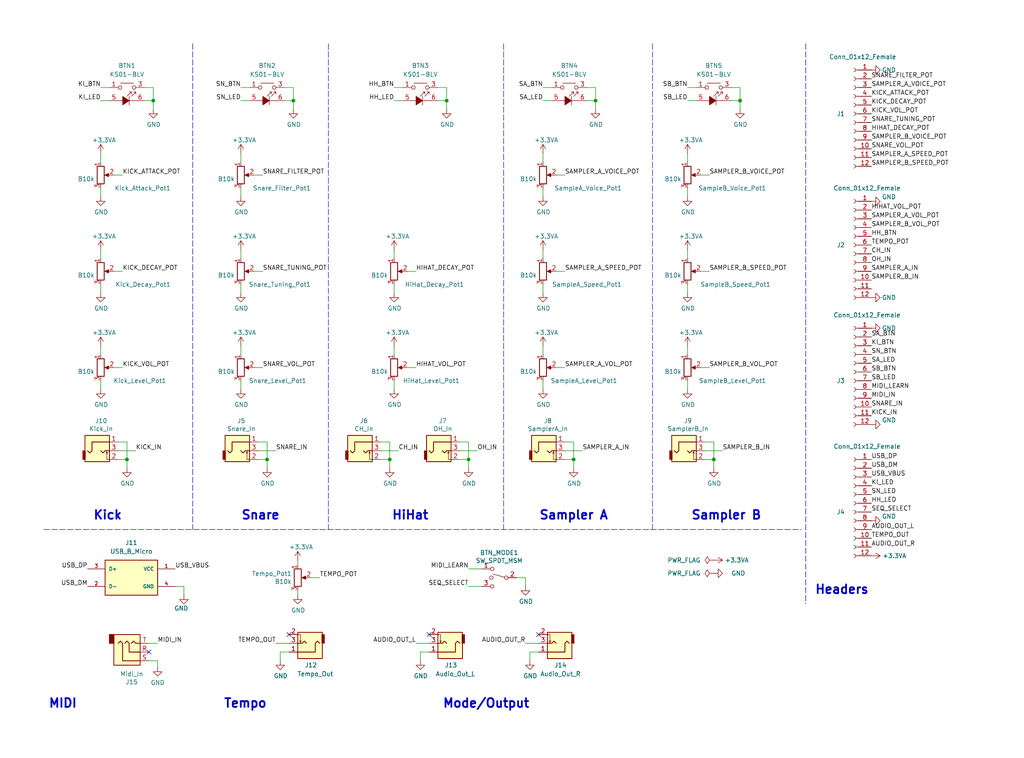
<source format=kicad_sch>
(kicad_sch (version 20211123) (generator eeschema)
  (paper "User" 297.002 219.989)
  (title_block (title "Punck Control Board") (company "Mountjoy Modular"))
  (lib_symbols
    (symbol "Connector:Conn_01x12_Female" (pin_names (offset 1.016) hide)
      (property "Reference" "J" (at 0 15.24 0))
      (property "Value" "Conn_01x12_Female" (at 0 -17.78 0))
      (symbol "Conn_01x12_Female_1_1"
        (arc (start 0 -14.732) (mid -0.508 -15.24) (end 0 -15.748) (stroke (width 0.1524)))
        (arc (start 0 -12.192) (mid -0.508 -12.7) (end 0 -13.208) (stroke (width 0.1524)))
        (arc (start 0 -9.652) (mid -0.508 -10.16) (end 0 -10.668) (stroke (width 0.1524)))
        (arc (start 0 -7.112) (mid -0.508 -7.62) (end 0 -8.128) (stroke (width 0.1524)))
        (arc (start 0 -4.572) (mid -0.508 -5.08) (end 0 -5.588) (stroke (width 0.1524)))
        (arc (start 0 -2.032) (mid -0.508 -2.54) (end 0 -3.048) (stroke (width 0.1524)))
        (polyline (pts (xy -1.27 -15.24) (xy -0.508 -15.24)) (stroke (width 0.1524)))
        (polyline (pts (xy -1.27 -12.7) (xy -0.508 -12.7)) (stroke (width 0.1524)))
        (polyline (pts (xy -1.27 -10.16) (xy -0.508 -10.16)) (stroke (width 0.1524)))
        (polyline (pts (xy -1.27 -7.62) (xy -0.508 -7.62)) (stroke (width 0.1524)))
        (polyline (pts (xy -1.27 -5.08) (xy -0.508 -5.08)) (stroke (width 0.1524)))
        (polyline (pts (xy -1.27 -2.54) (xy -0.508 -2.54)) (stroke (width 0.1524)))
        (polyline (pts (xy -1.27 0) (xy -0.508 0)) (stroke (width 0.1524)))
        (polyline (pts (xy -1.27 2.54) (xy -0.508 2.54)) (stroke (width 0.1524)))
        (polyline (pts (xy -1.27 5.08) (xy -0.508 5.08)) (stroke (width 0.1524)))
        (polyline (pts (xy -1.27 7.62) (xy -0.508 7.62)) (stroke (width 0.1524)))
        (polyline (pts (xy -1.27 10.16) (xy -0.508 10.16)) (stroke (width 0.1524)))
        (polyline (pts (xy -1.27 12.7) (xy -0.508 12.7)) (stroke (width 0.1524)))
        (arc (start 0 0.508) (mid -0.508 0) (end 0 -0.508) (stroke (width 0.1524)))
        (arc (start 0 3.048) (mid -0.508 2.54) (end 0 2.032) (stroke (width 0.1524)))
        (arc (start 0 5.588) (mid -0.508 5.08) (end 0 4.572) (stroke (width 0.1524)))
        (arc (start 0 8.128) (mid -0.508 7.62) (end 0 7.112) (stroke (width 0.1524)))
        (arc (start 0 10.668) (mid -0.508 10.16) (end 0 9.652) (stroke (width 0.1524)))
        (arc (start 0 13.208) (mid -0.508 12.7) (end 0 12.192) (stroke (width 0.1524)))
        (pin passive line (at -5.08 12.7 0) (length 3.81) (name "Pin_1") (number "1"))
        (pin passive line (at -5.08 -10.16 0) (length 3.81) (name "Pin_10") (number "10"))
        (pin passive line (at -5.08 -12.7 0) (length 3.81) (name "Pin_11") (number "11"))
        (pin passive line (at -5.08 -15.24 0) (length 3.81) (name "Pin_12") (number "12"))
        (pin passive line (at -5.08 10.16 0) (length 3.81) (name "Pin_2") (number "2"))
        (pin passive line (at -5.08 7.62 0) (length 3.81) (name "Pin_3") (number "3"))
        (pin passive line (at -5.08 5.08 0) (length 3.81) (name "Pin_4") (number "4"))
        (pin passive line (at -5.08 2.54 0) (length 3.81) (name "Pin_5") (number "5"))
        (pin passive line (at -5.08 0 0) (length 3.81) (name "Pin_6") (number "6"))
        (pin passive line (at -5.08 -2.54 0) (length 3.81) (name "Pin_7") (number "7"))
        (pin passive line (at -5.08 -5.08 0) (length 3.81) (name "Pin_8") (number "8"))
        (pin passive line (at -5.08 -7.62 0) (length 3.81) (name "Pin_9") (number "9"))
      )
    )
    (symbol "Encoder:R_POT" (pin_names (offset 1.016) hide)
      (property "Reference" "RV" (at -4.445 0 90))
      (property "Value" "R_POT" (at -2.54 0 90))
      (symbol "R_POT_0_1"
        (polyline (pts (xy 2.54 0) (xy 1.524 0)))
        (polyline (pts (xy 1.143 0) (xy 2.286 0.508) (xy 2.286 -0.508) (xy 1.143 0)) (fill (type outline)))
        (rectangle (start 1.016 2.54) (end -1.016 -2.54) (stroke (width 0.254)))
      )
      (symbol "R_POT_1_1"
        (pin passive line (at 0 3.81 270) (length 1.27) (name "1") (number "1"))
        (pin passive line (at 3.81 0 180) (length 1.27) (name "2") (number "2"))
        (pin passive line (at 0 -3.81 90) (length 1.27) (name "3") (number "3"))
      )
    )
    (symbol "LED_Button_KS01-BLV:KS01-BLV" (pin_names (offset 1.016) hide)
      (property "Reference" "BTN" (at -1.905 -8.255 0))
      (property "Value" "KS01-BLV" (at 0 -5.715 0))
      (symbol "KS01-BLV_0_0"
        (polyline (pts (xy 0.635 -2.54) (xy 0.635 0)))
        (polyline (pts (xy 1.27 1.27) (xy 0 0)))
        (polyline (pts (xy 2.54 -1.27) (xy -2.54 -1.27)))
        (polyline (pts (xy 2.54 1.27) (xy 1.27 0)))
        (polyline (pts (xy 1.27 0.635) (xy 1.27 1.27) (xy 0.635 1.27)))
        (polyline (pts (xy 2.54 0.635) (xy 2.54 1.27) (xy 1.905 1.27)))
        (polyline (pts (xy 0.635 -1.27) (xy -1.27 -2.54) (xy -1.27 0) (xy 0.635 -1.27)) (fill (type outline)))
      )
      (symbol "KS01-BLV_0_1"
        (circle (center -2.032 2.54) (radius 0.508))
        (polyline (pts (xy -1.905 3.81) (xy 1.905 3.81)))
        (circle (center 2.032 2.54) (radius 0.508))
        (pin passive line (at -5.08 2.54 0) (length 2.54) (name "1") (number "1"))
        (pin passive line (at -5.08 2.54 0) (length 2.54) hide (name "2") (number "2"))
        (pin passive line (at 5.08 2.54 180) (length 2.54) (name "3") (number "3"))
        (pin passive line (at 5.08 2.54 180) (length 2.54) hide (name "4") (number "4"))
        (pin passive line (at -5.08 -1.27 0) (length 2.54) (name "A") (number "5"))
        (pin passive line (at 5.08 -1.27 180) (length 2.54) (name "K") (number "6"))
      )
    )
    (symbol "Switch:SW_SPDT_MSM" (pin_names (offset 0) hide)
      (property "Reference" "SW" (at 0 5.08 0))
      (property "Value" "SW_SPDT_MSM" (at 0 -5.08 0))
      (symbol "SW_SPDT_MSM_0_0"
        (circle (center -2.032 0) (radius 0.508))
        (polyline (pts (xy -1.524 0.127) (xy 1.778 1.016)))
        (circle (center 2.032 -2.54) (radius 0.508))
      )
      (symbol "SW_SPDT_MSM_0_1"
        (circle (center 2.032 2.54) (radius 0.508))
        (circle (center 2.286 0) (radius 0.508))
      )
      (symbol "SW_SPDT_MSM_1_1"
        (pin passive line (at 5.08 2.54 180) (length 2.54) (name "1") (number "1"))
        (pin passive line (at -5.08 0 0) (length 2.54) (name "2") (number "2"))
        (pin passive line (at 5.08 -2.54 180) (length 2.54) (name "3") (number "3"))
      )
    )
    (symbol "USB_TE_1734517-1:1734517-1" (pin_names (offset 1.016))
      (property "Reference" "J?" (at -1.27 5.715 0))
      (property "Value" "1734517-1" (at -6.35 -7.62 0))
      (symbol "1734517-1_0_0"
        (rectangle (start -7.62 -5.08) (end 7.62 5.08) (stroke (width 0.254)) (fill (type background)))
        (pin output line (at 12.7 2.54 180) (length 5.08) (name "VCC") (number "1"))
        (pin bidirectional line (at -12.7 -2.54 0) (length 5.08) (name "D-") (number "2"))
        (pin bidirectional line (at -12.7 2.54 0) (length 5.08) (name "D+") (number "3"))
        (pin power_in line (at 12.7 -2.54 180) (length 5.08) (name "GND") (number "4"))
        (pin no_connect line (at -12.7 0 0) (length 5.08) hide (name "SLD") (number "5"))
        (pin no_connect line (at 12.7 0 180) (length 5.08) hide (name "SLD") (number "6"))
      )
    )
    (symbol "power:+3.3VA" (power) (pin_names (offset 0))
      (property "Value" "+3.3VA" (at 0 3.556 0))
      (symbol "+3.3VA_0_1"
        (polyline (pts (xy -0.762 1.27) (xy 0 2.54)))
        (polyline (pts (xy 0 0) (xy 0 2.54)))
        (polyline (pts (xy 0 2.54) (xy 0.762 1.27)))
      )
      (symbol "+3.3VA_1_1"
        (pin power_in line (at 0 0 90) (length 0) hide (name "+3.3VA") (number "1"))
      )
    )
    (symbol "power:GND" (power) (pin_names (offset 0))
      (property "Value" "GND" (at 0 -3.81 0))
      (symbol "GND_0_1"
        (polyline (pts (xy 0 0) (xy 0 -1.27) (xy 1.27 -1.27) (xy 0 -2.54) (xy -1.27 -1.27) (xy 0 -1.27)))
      )
      (symbol "GND_1_1"
        (pin power_in line (at 0 0 270) (length 0) hide (name "GND") (number "1"))
      )
    )
    (symbol "power:PWR_FLAG" (power) (pin_numbers hide) (pin_names (offset 0) hide)
      (property "Value" "PWR_FLAG" (at 0 3.81 0))
      (symbol "PWR_FLAG_0_0"
        (pin power_out line (at 0 0 90) (length 0) (name "pwr") (number "1"))
      )
      (symbol "PWR_FLAG_0_1"
        (polyline (pts (xy 0 0) (xy 0 1.27) (xy -1.016 1.905) (xy 0 2.54) (xy 1.016 1.905) (xy 0 1.27)))
      )
    )
    (symbol "thonkiconn:AudioJack2_Ground_Switch" (pin_names (offset 1.016))
      (property "Reference" "J" (at 0 8.89 0))
      (property "Value" "AudioJack2_Ground_Switch" (at 0 6.35 0))
      (symbol "AudioJack2_Ground_Switch_0_1"
        (rectangle (start -4.445 -2.54) (end -5.207 0) (fill (type outline)))
        (polyline (pts (xy 1.778 -0.254) (xy 2.032 -0.762)))
        (polyline (pts (xy 0 0) (xy 0.635 -0.635) (xy 1.27 0) (xy 2.54 0)) (stroke (width 0.254)))
        (polyline (pts (xy 2.54 -2.54) (xy 1.778 -2.54) (xy 1.778 -0.254) (xy 1.524 -0.762)))
        (polyline (pts (xy 2.54 2.54) (xy -2.54 2.54) (xy -2.54 0) (xy -3.175 -0.635) (xy -3.81 0)) (stroke (width 0.254)))
        (rectangle (start 2.54 -3.175) (end -4.572 4.445) (stroke (width 0.254)) (fill (type background)))
      )
      (symbol "AudioJack2_Ground_Switch_1_1"
        (pin passive line (at 5.08 2.54 180) (length 2.54) (name "~") (number "1"))
        (pin passive line (at 5.08 -2.54 180) (length 2.54) (name "~") (number "2"))
        (pin passive line (at 5.08 0 180) (length 2.54) (name "~") (number "3"))
      )
    )
    (symbol "thonkiconn:AudioJack3"
      (property "Reference" "J" (at 0 8.89 0))
      (property "Value" "AudioJack3" (at 0 6.35 0))
      (symbol "AudioJack3_0_1"
        (rectangle (start -5.08 -5.08) (end -6.35 -2.54) (stroke (width 0.254)) (fill (type outline)))
        (polyline (pts (xy 0 -2.54) (xy 0.635 -3.175) (xy 1.27 -2.54) (xy 2.54 -2.54)) (stroke (width 0.254)))
        (polyline (pts (xy -1.905 -2.54) (xy -1.27 -3.175) (xy -0.635 -2.54) (xy -0.635 0) (xy 2.54 0)) (stroke (width 0.254)))
        (polyline (pts (xy 2.54 2.54) (xy -2.54 2.54) (xy -2.54 -2.54) (xy -3.175 -3.175) (xy -3.81 -2.54)) (stroke (width 0.254)))
        (rectangle (start 2.54 3.81) (end -5.08 -5.08) (stroke (width 0.254)) (fill (type background)))
      )
      (symbol "AudioJack3_1_1"
        (pin passive line (at 5.08 0 180) (length 2.54) (name "~") (number "R"))
        (pin passive line (at 5.08 2.54 180) (length 2.54) (name "~") (number "S"))
        (pin passive line (at 5.08 -2.54 180) (length 2.54) (name "~") (number "T"))
      )
    )
  )
  (junction (at 36.83 133.35))
  (junction (at 113.03 133.35))
  (junction (at 207.01 133.35))
  (junction (at 166.37 133.35))
  (junction (at 129.54 29.21))
  (junction (at 135.89 133.35))
  (junction (at 77.47 133.35))
  (junction (at 214.63 29.21))
  (junction (at 85.09 29.21))
  (junction (at 172.72 29.21))
  (junction (at 44.45 29.21))
  (no_connect (at 83.82 184.15))
  (no_connect (at 124.46 184.15))
  (no_connect (at 156.21 184.15))
  (no_connect (at 43.18 189.23))
  (wire (pts (xy 166.37 128.27) (xy 166.37 133.35)))
  (wire (pts (xy 113.03 133.35) (xy 113.03 135.89)))
  (wire (pts (xy 163.83 130.81) (xy 168.91 130.81)))
  (wire (pts (xy 69.85 44.45) (xy 69.85 46.99)))
  (wire (pts (xy 157.48 25.4) (xy 160.02 25.4)))
  (wire (pts (xy 82.55 25.4) (xy 85.09 25.4)))
  (wire (pts (xy 133.35 130.81) (xy 138.43 130.81)))
  (wire (pts (xy 69.85 100.33) (xy 69.85 102.87)))
  (wire (pts (xy 50.8 170.18) (xy 53.34 170.18)))
  (wire (pts (xy 29.21 29.21) (xy 31.75 29.21)))
  (wire (pts (xy 29.21 72.39) (xy 29.21 74.93)))
  (wire (pts (xy 114.3 82.55) (xy 114.3 85.09)))
  (wire (pts (xy 170.18 29.21) (xy 172.72 29.21)))
  (wire (pts (xy 157.48 110.49) (xy 157.48 113.03)))
  (wire (pts (xy 73.66 78.74) (xy 76.2 78.74)))
  (polyline (pts (xy 189.23 12.7) (xy 189.23 153.67)))
  (wire (pts (xy 69.85 54.61) (xy 69.85 57.15)))
  (wire (pts (xy 129.54 25.4) (xy 129.54 29.21)))
  (wire (pts (xy 161.29 106.68) (xy 163.83 106.68)))
  (wire (pts (xy 74.93 128.27) (xy 77.47 128.27)))
  (wire (pts (xy 163.83 133.35) (xy 166.37 133.35)))
  (wire (pts (xy 74.93 130.81) (xy 80.01 130.81)))
  (wire (pts (xy 114.3 100.33) (xy 114.3 102.87)))
  (wire (pts (xy 212.09 25.4) (xy 214.63 25.4)))
  (wire (pts (xy 166.37 133.35) (xy 166.37 135.89)))
  (wire (pts (xy 204.47 130.81) (xy 209.55 130.81)))
  (wire (pts (xy 139.7 170.18) (xy 135.89 170.18)))
  (wire (pts (xy 73.66 50.8) (xy 76.2 50.8)))
  (wire (pts (xy 133.35 133.35) (xy 135.89 133.35)))
  (wire (pts (xy 199.39 72.39) (xy 199.39 74.93)))
  (wire (pts (xy 212.09 29.21) (xy 214.63 29.21)))
  (wire (pts (xy 135.89 133.35) (xy 135.89 135.89)))
  (wire (pts (xy 118.11 106.68) (xy 120.65 106.68)))
  (wire (pts (xy 129.54 29.21) (xy 129.54 31.75)))
  (wire (pts (xy 139.7 165.1) (xy 135.89 165.1)))
  (wire (pts (xy 83.82 189.23) (xy 81.28 189.23)))
  (wire (pts (xy 41.91 29.21) (xy 44.45 29.21)))
  (wire (pts (xy 203.2 106.68) (xy 205.74 106.68)))
  (wire (pts (xy 69.85 72.39) (xy 69.85 74.93)))
  (polyline (pts (xy 146.05 12.7) (xy 146.05 153.67)))
  (polyline (pts (xy 233.68 12.7) (xy 233.68 175.26)))
  (wire (pts (xy 29.21 110.49) (xy 29.21 113.03)))
  (wire (pts (xy 156.21 189.23) (xy 153.67 189.23)))
  (wire (pts (xy 199.39 29.21) (xy 201.93 29.21)))
  (wire (pts (xy 81.28 189.23) (xy 81.28 191.77)))
  (wire (pts (xy 34.29 133.35) (xy 36.83 133.35)))
  (wire (pts (xy 207.01 133.35) (xy 207.01 135.89)))
  (wire (pts (xy 199.39 44.45) (xy 199.39 46.99)))
  (wire (pts (xy 114.3 72.39) (xy 114.3 74.93)))
  (wire (pts (xy 214.63 25.4) (xy 214.63 29.21)))
  (wire (pts (xy 124.46 186.69) (xy 120.65 186.69)))
  (wire (pts (xy 110.49 128.27) (xy 113.03 128.27)))
  (wire (pts (xy 69.85 25.4) (xy 72.39 25.4)))
  (wire (pts (xy 33.02 106.68) (xy 35.56 106.68)))
  (wire (pts (xy 33.02 78.74) (xy 35.56 78.74)))
  (wire (pts (xy 172.72 25.4) (xy 172.72 29.21)))
  (wire (pts (xy 29.21 44.45) (xy 29.21 46.99)))
  (wire (pts (xy 86.36 162.56) (xy 86.36 163.83)))
  (wire (pts (xy 85.09 29.21) (xy 85.09 31.75)))
  (wire (pts (xy 110.49 130.81) (xy 115.57 130.81)))
  (wire (pts (xy 114.3 29.21) (xy 116.84 29.21)))
  (wire (pts (xy 85.09 25.4) (xy 85.09 29.21)))
  (polyline (pts (xy 12.7 153.67) (xy 232.41 153.67)))
  (wire (pts (xy 133.35 128.27) (xy 135.89 128.27)))
  (wire (pts (xy 77.47 128.27) (xy 77.47 133.35)))
  (wire (pts (xy 45.72 191.77) (xy 45.72 193.675)))
  (wire (pts (xy 44.45 25.4) (xy 44.45 29.21)))
  (wire (pts (xy 114.3 25.4) (xy 116.84 25.4)))
  (wire (pts (xy 118.11 78.74) (xy 120.65 78.74)))
  (wire (pts (xy 199.39 110.49) (xy 199.39 113.03)))
  (wire (pts (xy 43.18 186.69) (xy 45.72 186.69)))
  (wire (pts (xy 77.47 133.35) (xy 77.47 135.89)))
  (wire (pts (xy 127 29.21) (xy 129.54 29.21)))
  (wire (pts (xy 113.03 128.27) (xy 113.03 133.35)))
  (wire (pts (xy 114.3 110.49) (xy 114.3 113.03)))
  (wire (pts (xy 34.29 130.81) (xy 39.37 130.81)))
  (wire (pts (xy 157.48 44.45) (xy 157.48 46.99)))
  (wire (pts (xy 29.21 100.33) (xy 29.21 102.87)))
  (wire (pts (xy 83.82 186.69) (xy 80.01 186.69)))
  (wire (pts (xy 157.48 72.39) (xy 157.48 74.93)))
  (wire (pts (xy 214.63 29.21) (xy 214.63 31.75)))
  (wire (pts (xy 153.67 189.23) (xy 153.67 191.77)))
  (wire (pts (xy 161.29 50.8) (xy 163.83 50.8)))
  (wire (pts (xy 29.21 82.55) (xy 29.21 85.09)))
  (wire (pts (xy 121.92 189.23) (xy 121.92 191.77)))
  (wire (pts (xy 29.21 54.61) (xy 29.21 57.15)))
  (wire (pts (xy 41.91 25.4) (xy 44.45 25.4)))
  (polyline (pts (xy 55.88 12.7) (xy 55.88 153.67)))
  (wire (pts (xy 170.18 25.4) (xy 172.72 25.4)))
  (wire (pts (xy 156.21 186.69) (xy 152.4 186.69)))
  (wire (pts (xy 127 25.4) (xy 129.54 25.4)))
  (wire (pts (xy 69.85 29.21) (xy 72.39 29.21)))
  (wire (pts (xy 43.18 191.77) (xy 45.72 191.77)))
  (wire (pts (xy 172.72 29.21) (xy 172.72 31.75)))
  (wire (pts (xy 36.83 133.35) (xy 36.83 135.89)))
  (wire (pts (xy 69.85 82.55) (xy 69.85 85.09)))
  (wire (pts (xy 86.36 171.45) (xy 86.36 172.72)))
  (wire (pts (xy 74.93 133.35) (xy 77.47 133.35)))
  (wire (pts (xy 157.48 29.21) (xy 160.02 29.21)))
  (wire (pts (xy 90.17 167.64) (xy 92.71 167.64)))
  (wire (pts (xy 152.4 167.64) (xy 152.4 170.18)))
  (polyline (pts (xy 95.25 12.7) (xy 95.25 153.67)))
  (wire (pts (xy 33.02 50.8) (xy 35.56 50.8)))
  (wire (pts (xy 82.55 29.21) (xy 85.09 29.21)))
  (wire (pts (xy 135.89 128.27) (xy 135.89 133.35)))
  (wire (pts (xy 44.45 29.21) (xy 44.45 31.75)))
  (wire (pts (xy 199.39 82.55) (xy 199.39 85.09)))
  (wire (pts (xy 53.34 170.18) (xy 53.34 172.72)))
  (wire (pts (xy 36.83 128.27) (xy 36.83 133.35)))
  (wire (pts (xy 203.2 78.74) (xy 205.74 78.74)))
  (wire (pts (xy 73.66 106.68) (xy 76.2 106.68)))
  (wire (pts (xy 157.48 82.55) (xy 157.48 85.09)))
  (wire (pts (xy 203.2 50.8) (xy 205.74 50.8)))
  (wire (pts (xy 161.29 78.74) (xy 163.83 78.74)))
  (wire (pts (xy 199.39 25.4) (xy 201.93 25.4)))
  (wire (pts (xy 69.85 110.49) (xy 69.85 113.03)))
  (wire (pts (xy 124.46 189.23) (xy 121.92 189.23)))
  (wire (pts (xy 199.39 54.61) (xy 199.39 57.15)))
  (wire (pts (xy 204.47 128.27) (xy 207.01 128.27)))
  (wire (pts (xy 34.29 128.27) (xy 36.83 128.27)))
  (wire (pts (xy 110.49 133.35) (xy 113.03 133.35)))
  (wire (pts (xy 204.47 133.35) (xy 207.01 133.35)))
  (wire (pts (xy 199.39 100.33) (xy 199.39 102.87)))
  (wire (pts (xy 157.48 54.61) (xy 157.48 57.15)))
  (wire (pts (xy 29.21 25.4) (xy 31.75 25.4)))
  (wire (pts (xy 157.48 100.33) (xy 157.48 102.87)))
  (wire (pts (xy 152.4 167.64) (xy 149.86 167.64)))
  (wire (pts (xy 207.01 128.27) (xy 207.01 133.35)))
  (wire (pts (xy 163.83 128.27) (xy 166.37 128.27)))
  (text "Mode/Output" (at 128.27 205.74 0) (effects (font (size 2.54 2.54) (thickness 0.508) bold) (justify left bottom)))
  (text "Sampler A" (at 176.53 151.13 180) (effects (font (size 2.54 2.54) (thickness 0.508) bold) (justify right bottom)))
  (text "Tempo" (at 64.77 205.74 0) (effects (font (size 2.54 2.54) (thickness 0.508) bold) (justify left bottom)))
  (text "Sampler B" (at 220.98 151.13 180) (effects (font (size 2.54 2.54) (thickness 0.508) bold) (justify right bottom)))
  (text "HiHat" (at 124.46 151.13 180) (effects (font (size 2.54 2.54) (thickness 0.508) bold) (justify right bottom)))
  (text "Snare" (at 81.28 151.13 180) (effects (font (size 2.54 2.54) (thickness 0.508) bold) (justify right bottom)))
  (text "Kick" (at 35.56 151.13 180) (effects (font (size 2.54 2.54) (thickness 0.508) bold) (justify right bottom)))
  (text "MIDI" (at 13.97 205.74 0) (effects (font (size 2.54 2.54) (thickness 0.508) bold) (justify left bottom)))
  (text "Headers" (at 236.22 172.72 0) (effects (font (size 2.54 2.54) (thickness 0.508) bold) (justify left bottom)))
  (label "SA_LED" (at 252.73 105.41 0))
  (label "CH_IN" (at 252.73 73.66 0))
  (label "SN_LED" (at 69.85 29.21 180))
  (label "SNARE_FILTER_POT" (at 76.2 50.8 0))
  (label "KI_LED" (at 252.73 140.97 0))
  (label "SAMPLER_A_VOL_POT" (at 252.73 63.5 0))
  (label "KI_LED" (at 29.21 29.21 180))
  (label "SAMPLER_A_VOICE_POT" (at 252.73 25.4 0))
  (label "SN_BTN" (at 252.73 102.87 0))
  (label "KICK_IN" (at 39.37 130.81 0))
  (label "KICK_DECAY_POT" (at 252.73 30.48 0))
  (label "KICK_ATTACK_POT" (at 35.56 50.8 0))
  (label "SNARE_TUNING_POT" (at 252.73 35.56 0))
  (label "SA_BTN" (at 157.48 25.4 180))
  (label "AUDIO_OUT_R" (at 252.73 158.75 0))
  (label "USB_DM" (at 252.73 135.89 0))
  (label "SAMPLER_A_VOICE_POT" (at 163.83 50.8 0))
  (label "SAMPLER_A_VOL_POT" (at 163.83 106.68 0))
  (label "USB_VBUS" (at 252.73 138.43 0))
  (label "SNARE_FILTER_POT" (at 252.73 22.86 0))
  (label "SAMPLER_B_SPEED_POT" (at 252.73 48.26 0))
  (label "TEMPO_POT" (at 92.71 167.64 0))
  (label "SEQ_SELECT" (at 252.73 148.59 0))
  (label "SA_LED" (at 157.48 29.21 180))
  (label "SNARE_IN" (at 80.01 130.81 0))
  (label "SNARE_IN" (at 252.73 118.11 0))
  (label "USB_DP" (at 25.4 165.1 180))
  (label "HIHAT_VOL_POT" (at 120.65 106.68 0))
  (label "CH_IN" (at 115.57 130.81 0))
  (label "SNARE_VOL_POT" (at 76.2 106.68 0))
  (label "HH_LED" (at 114.3 29.21 180))
  (label "TEMPO_OUT" (at 252.73 156.21 0))
  (label "MIDI_IN" (at 45.72 186.69 0))
  (label "AUDIO_OUT_L" (at 120.65 186.69 180))
  (label "HIHAT_DECAY_POT" (at 120.65 78.74 0))
  (label "HH_BTN" (at 252.73 68.58 0))
  (label "HIHAT_VOL_POT" (at 252.73 60.96 0))
  (label "SN_LED" (at 252.73 143.51 0))
  (label "HH_LED" (at 252.73 146.05 0))
  (label "USB_DP" (at 252.73 133.35 0))
  (label "MIDI_LEARN" (at 135.89 165.1 180))
  (label "HH_BTN" (at 114.3 25.4 180))
  (label "KICK_ATTACK_POT" (at 252.73 27.94 0))
  (label "SAMPLER_A_SPEED_POT" (at 252.73 45.72 0))
  (label "SNARE_VOL_POT" (at 252.73 43.18 0))
  (label "SB_LED" (at 199.39 29.21 180))
  (label "MIDI_LEARN" (at 252.73 113.03 0))
  (label "USB_DM" (at 25.4 170.18 180))
  (label "KICK_DECAY_POT" (at 35.56 78.74 0))
  (label "KICK_IN" (at 252.73 120.65 0))
  (label "SEQ_SELECT" (at 135.89 170.18 180))
  (label "SAMPLER_A_IN" (at 252.73 78.74 0))
  (label "MIDI_IN" (at 252.73 115.57 0))
  (label "SB_LED" (at 252.73 110.49 0))
  (label "SAMPLER_B_IN" (at 252.73 81.28 0))
  (label "SAMPLER_B_VOL_POT" (at 205.74 106.68 0))
  (label "OH_IN" (at 138.43 130.81 0))
  (label "OH_IN" (at 252.73 76.2 0))
  (label "SN_BTN" (at 69.85 25.4 180))
  (label "SAMPLER_B_SPEED_POT" (at 205.74 78.74 0))
  (label "SAMPLER_A_IN" (at 168.91 130.81 0))
  (label "SA_BTN" (at 252.73 97.79 0))
  (label "KICK_VOL_POT" (at 252.73 33.02 0))
  (label "SAMPLER_B_VOICE_POT" (at 252.73 40.64 0))
  (label "SNARE_TUNING_POT" (at 76.2 78.74 0))
  (label "SAMPLER_B_VOICE_POT" (at 205.74 50.8 0))
  (label "KI_BTN" (at 29.21 25.4 180))
  (label "HIHAT_DECAY_POT" (at 252.73 38.1 0))
  (label "AUDIO_OUT_L" (at 252.73 153.67 0))
  (label "AUDIO_OUT_R" (at 152.4 186.69 180))
  (label "SAMPLER_B_IN" (at 209.55 130.81 0))
  (label "SB_BTN" (at 252.73 107.95 0))
  (label "SAMPLER_B_VOL_POT" (at 252.73 66.04 0))
  (label "USB_VBUS" (at 50.8 165.1 0))
  (label "SAMPLER_A_SPEED_POT" (at 163.83 78.74 0))
  (label "KI_BTN" (at 252.73 100.33 0))
  (label "KICK_VOL_POT" (at 35.56 106.68 0))
  (label "TEMPO_POT" (at 252.73 71.12 0))
  (label "TEMPO_OUT" (at 80.01 186.69 180))
  (label "SB_BTN" (at 199.39 25.4 180))
  (symbol (lib_id "Encoder:R_POT") (at 199.39 78.74 0) (unit 1)
    (property "Reference" "SampleB_Speed_Pot1" (at 223.52 82.55 0) (effects (justify right)))
    (property "Value" "B10k" (at 197.6374 79.883 0) (effects (justify right)))
    (property "Footprint" "Custom_Footprints:Alpha_9mm_Potentiometer_Aligned" (effects hide))
  )
  (symbol (lib_id "power:+3.3VA") (at 199.39 72.39 0) (unit 1)
    (property "Reference" "#PWR021" (effects hide))
    (property "Value" "+3.3VA" (at 196.85 68.58 0) (effects (justify left)))
  )
  (symbol (lib_id "power:GND") (at 199.39 85.09 0) (unit 1)
    (property "Reference" "#PWR026" (effects hide))
    (property "Value" "GND" (at 199.517 89.4842 0))
  )
  (symbol (lib_id "power:PWR_FLAG") (at 207.01 162.56 90) (unit 1)
    (property "Reference" "#FLG01" (effects hide))
    (property "Value" "PWR_FLAG" (at 203.1966 162.5796 90) (effects (justify left)))
  )
  (symbol (lib_id "power:+3.3VA") (at 207.01 162.56 270) (unit 1)
    (property "Reference" "#PWR048" (effects hide))
    (property "Value" "+3.3VA" (at 210.185 162.5599 90) (effects (justify left)))
  )
  (symbol (lib_id "Encoder:R_POT") (at 114.3 78.74 0) (unit 1)
    (property "Reference" "HiHat_Decay_Pot1" (at 134.62 82.55 0) (effects (justify right)))
    (property "Value" "B10k" (at 112.5474 79.883 0) (effects (justify right)))
    (property "Footprint" "Custom_Footprints:Alpha_9mm_Potentiometer_Aligned" (effects hide))
  )
  (symbol (lib_id "power:+3.3VA") (at 114.3 72.39 0) (unit 1)
    (property "Reference" "#PWR019" (effects hide))
    (property "Value" "+3.3VA" (at 111.76 68.58 0) (effects (justify left)))
  )
  (symbol (lib_id "power:GND") (at 114.3 85.09 0) (unit 1)
    (property "Reference" "#PWR024" (effects hide))
    (property "Value" "GND" (at 114.427 89.4842 0))
  )
  (symbol (lib_id "Encoder:R_POT") (at 29.21 78.74 0) (unit 1)
    (property "Reference" "Kick_Decay_Pot1" (at 49.53 82.55 0) (effects (justify right)))
    (property "Value" "B10k" (at 27.4574 79.883 0) (effects (justify right)))
    (property "Footprint" "Custom_Footprints:Alpha_9mm_Potentiometer_Aligned" (effects hide))
  )
  (symbol (lib_id "power:+3.3VA") (at 29.21 72.39 0) (unit 1)
    (property "Reference" "#PWR017" (effects hide))
    (property "Value" "+3.3VA" (at 26.67 68.58 0) (effects (justify left)))
  )
  (symbol (lib_id "power:GND") (at 29.21 85.09 0) (unit 1)
    (property "Reference" "#PWR022" (effects hide))
    (property "Value" "GND" (at 29.337 89.4842 0))
  )
  (symbol (lib_id "Encoder:R_POT") (at 29.21 50.8 0) (unit 1)
    (property "Reference" "Kick_Attack_Pot1" (at 49.53 54.61 0) (effects (justify right)))
    (property "Value" "B10k" (at 27.4574 51.943 0) (effects (justify right)))
    (property "Footprint" "Custom_Footprints:Alpha_9mm_Potentiometer_Aligned" (effects hide))
  )
  (symbol (lib_id "power:+3.3VA") (at 29.21 44.45 0) (unit 1)
    (property "Reference" "#PWR07" (effects hide))
    (property "Value" "+3.3VA" (at 26.67 40.64 0) (effects (justify left)))
  )
  (symbol (lib_id "power:GND") (at 29.21 57.15 0) (unit 1)
    (property "Reference" "#PWR013" (effects hide))
    (property "Value" "GND" (at 29.337 61.5442 0))
  )
  (symbol (lib_id "Encoder:R_POT") (at 86.36 167.64 0) (unit 1)
    (property "Reference" "Tempo_Pot1" (at 84.6074 166.4716 0) (effects (justify right)))
    (property "Value" "B10k" (at 84.6074 168.783 0) (effects (justify right)))
    (property "Footprint" "Custom_Footprints:Alpha_9mm_Potentiometer_Aligned" (effects hide))
  )
  (symbol (lib_id "power:+3.3VA") (at 86.36 162.56 0) (unit 1)
    (property "Reference" "#PWR047" (effects hide))
    (property "Value" "+3.3VA" (at 83.82 158.75 0) (effects (justify left)))
  )
  (symbol (lib_id "power:GND") (at 86.36 172.72 0) (unit 1)
    (property "Reference" "#PWR052" (effects hide))
    (property "Value" "GND" (at 86.487 177.1142 0))
  )
  (symbol (lib_id "thonkiconn:AudioJack2_Ground_Switch") (at 129.54 186.69 180) (unit 1)
    (property "Reference" "J13" (at 130.81 193.04 0))
    (property "Value" "Audio_Out_L" (at 132.08 195.58 0))
    (property "Footprint" "Custom_Footprints:THONKICONN_hole" (effects hide))
  )
  (symbol (lib_id "power:GND") (at 121.92 191.77 0) (unit 1)
    (property "Reference" "#PWR054" (effects hide))
    (property "Value" "GND" (at 122.047 196.1642 0))
  )
  (symbol (lib_id "thonkiconn:AudioJack2_Ground_Switch") (at 88.9 186.69 180) (unit 1)
    (property "Reference" "J12" (at 90.17 193.04 0))
    (property "Value" "Tempo_Out" (at 91.44 195.58 0))
    (property "Footprint" "Custom_Footprints:THONKICONN_hole" (effects hide))
  )
  (symbol (lib_id "power:GND") (at 81.28 191.77 0) (unit 1)
    (property "Reference" "#PWR053" (effects hide))
    (property "Value" "GND" (at 81.407 196.1642 0))
  )
  (symbol (lib_id "power:GND") (at 152.4 170.18 0) (unit 1)
    (property "Reference" "#PWR050" (effects hide))
    (property "Value" "GND" (at 152.527 174.5742 0))
  )
  (symbol (lib_id "power:GND") (at 207.01 166.37 90) (unit 1)
    (property "Reference" "#PWR049" (effects hide))
    (property "Value" "GND" (at 212.09 166.3699 90) (effects (justify right)))
  )
  (symbol (lib_id "power:PWR_FLAG") (at 207.01 166.37 90) (unit 1)
    (property "Reference" "#FLG02" (effects hide))
    (property "Value" "PWR_FLAG" (at 203.2 166.37 90) (effects (justify left)))
  )
  (symbol (lib_id "Switch:SW_SPDT_MSM") (at 144.78 167.64 0) (mirror y) (unit 1)
    (property "Reference" "BTN_MODE1" (at 144.78 160.401 0))
    (property "Value" "SW_SPDT_MSM" (at 144.78 162.7124 0))
    (property "Footprint" "Custom_Footprints:SPDT_SubMiniature_Aligned" (effects hide))
  )
  (symbol (lib_id "power:GND") (at 44.45 31.75 0) (unit 1)
    (property "Reference" "#PWR02" (effects hide))
    (property "Value" "GND" (at 44.577 36.1442 0))
  )
  (symbol (lib_id "LED_Button_KS01-BLV:KS01-BLV") (at 207.01 27.94 0) (unit 1)
    (property "Reference" "BTN5" (at 207.01 19.05 0))
    (property "Value" "KS01-BLV" (at 207.01 21.59 0))
    (property "Footprint" "Custom_Footprints:KS01-BLV" (effects hide))
  )
  (symbol (lib_id "Encoder:R_POT") (at 199.39 106.68 0) (unit 1)
    (property "Reference" "SampleB_Level_Pot1" (at 222.25 110.49 0) (effects (justify right)))
    (property "Value" "B10k" (at 197.6374 107.823 0) (effects (justify right)))
    (property "Footprint" "Custom_Footprints:Alpha_9mm_Potentiometer_Aligned" (effects hide))
  )
  (symbol (lib_id "power:GND") (at 69.85 85.09 0) (unit 1)
    (property "Reference" "#PWR023" (effects hide))
    (property "Value" "GND" (at 69.977 89.4842 0))
  )
  (symbol (lib_id "Encoder:R_POT") (at 29.21 106.68 0) (unit 1)
    (property "Reference" "Kick_Level_Pot1" (at 48.26 110.49 0) (effects (justify right)))
    (property "Value" "B10k" (at 27.4574 107.823 0) (effects (justify right)))
    (property "Footprint" "Custom_Footprints:Alpha_9mm_Potentiometer_Aligned" (effects hide))
  )
  (symbol (lib_id "power:+3.3VA") (at 252.73 161.29 270) (unit 1)
    (property "Reference" "#PWR0106" (effects hide))
    (property "Value" "+3.3VA" (at 255.905 161.2899 90) (effects (justify left)))
  )
  (symbol (lib_id "power:GND") (at 45.72 193.675 0) (unit 1)
    (property "Reference" "#PWR056" (effects hide))
    (property "Value" "GND" (at 45.72 198.12 0))
  )
  (symbol (lib_id "Encoder:R_POT") (at 199.39 50.8 0) (unit 1)
    (property "Reference" "SampleB_Voice_Pot1" (at 222.25 54.61 0) (effects (justify right)))
    (property "Value" "B10k" (at 197.6374 51.943 0) (effects (justify right)))
    (property "Footprint" "Custom_Footprints:Alpha_9mm_Potentiometer_Aligned" (effects hide))
  )
  (symbol (lib_id "power:GND") (at 135.89 135.89 0) (unit 1)
    (property "Reference" "#PWR043" (effects hide))
    (property "Value" "GND" (at 136.017 140.2842 0))
  )
  (symbol (lib_id "thonkiconn:AudioJack2_Ground_Switch") (at 29.21 130.81 0) (unit 1)
    (property "Reference" "J10" (at 29.337 122.1232 0))
    (property "Value" "Kick_In" (at 29.337 124.4346 0))
    (property "Footprint" "Custom_Footprints:THONKICONN_hole" (effects hide))
  )
  (symbol (lib_id "power:GND") (at 36.83 135.89 0) (unit 1)
    (property "Reference" "#PWR040" (effects hide))
    (property "Value" "GND" (at 36.957 140.2842 0))
  )
  (symbol (lib_id "thonkiconn:AudioJack3") (at 38.1 189.23 0) (mirror x) (unit 1)
    (property "Reference" "J15" (at 38.2016 197.9168 0))
    (property "Value" "Midi_In" (at 38.2016 195.6054 0))
    (property "Footprint" "Custom_Footprints:Thonkiconn_Stereo-PJ366ST" (effects hide))
  )
  (symbol (lib_id "power:GND") (at 252.73 86.36 90) (unit 1)
    (property "Reference" "#PWR0105" (effects hide))
    (property "Value" "GND" (at 257.81 86.36 90))
  )
  (symbol (lib_id "power:GND") (at 172.72 31.75 0) (unit 1)
    (property "Reference" "#PWR05" (effects hide))
    (property "Value" "GND" (at 172.847 36.1442 0))
  )
  (symbol (lib_id "thonkiconn:AudioJack2_Ground_Switch") (at 199.39 130.81 0) (unit 1)
    (property "Reference" "J9" (at 199.517 122.1232 0))
    (property "Value" "SamplerB_In" (at 199.517 124.4346 0))
    (property "Footprint" "Custom_Footprints:THONKICONN_hole" (effects hide))
  )
  (symbol (lib_id "Encoder:R_POT") (at 157.48 50.8 0) (unit 1)
    (property "Reference" "SampleA_Voice_Pot1" (at 180.34 54.61 0) (effects (justify right)))
    (property "Value" "B10k" (at 155.7274 51.943 0) (effects (justify right)))
    (property "Footprint" "Custom_Footprints:Alpha_9mm_Potentiometer_Aligned" (effects hide))
  )
  (symbol (lib_id "thonkiconn:AudioJack2_Ground_Switch") (at 105.41 130.81 0) (unit 1)
    (property "Reference" "J6" (at 105.537 122.1232 0))
    (property "Value" "CH_In" (at 105.537 124.4346 0))
    (property "Footprint" "Custom_Footprints:THONKICONN_hole" (effects hide))
  )
  (symbol (lib_id "power:GND") (at 157.48 85.09 0) (unit 1)
    (property "Reference" "#PWR025" (effects hide))
    (property "Value" "GND" (at 157.607 89.4842 0))
  )
  (symbol (lib_id "thonkiconn:AudioJack2_Ground_Switch") (at 161.29 186.69 180) (unit 1)
    (property "Reference" "J14" (at 162.56 193.04 0))
    (property "Value" "Audio_Out_R" (at 162.56 195.58 0))
    (property "Footprint" "Custom_Footprints:THONKICONN_hole" (effects hide))
  )
  (symbol (lib_id "Encoder:R_POT") (at 114.3 106.68 0) (unit 1)
    (property "Reference" "HiHat_Level_Pot1" (at 133.35 110.49 0) (effects (justify right)))
    (property "Value" "B10k" (at 112.5474 107.823 0) (effects (justify right)))
    (property "Footprint" "Custom_Footprints:Alpha_9mm_Potentiometer_Aligned" (effects hide))
  )
  (symbol (lib_id "LED_Button_KS01-BLV:KS01-BLV") (at 165.1 27.94 0) (unit 1)
    (property "Reference" "BTN4" (at 165.1 19.05 0))
    (property "Value" "KS01-BLV" (at 165.1 21.59 0))
    (property "Footprint" "Custom_Footprints:KS01-BLV" (effects hide))
  )
  (symbol (lib_id "Connector:Conn_01x12_Female") (at 247.65 71.12 0) (mirror y) (unit 1)
    (property "Reference" "J2" (at 243.84 71.12 0))
    (property "Value" "Conn_01x12_Female" (at 251.46 54.61 0))
    (property "Footprint" "Connector_PinHeader_2.54mm:PinHeader_1x12_P2.54mm_Vertical" (effects hide))
  )
  (symbol (lib_id "power:GND") (at 157.48 57.15 0) (unit 1)
    (property "Reference" "#PWR015" (effects hide))
    (property "Value" "GND" (at 157.607 61.5442 0))
  )
  (symbol (lib_id "power:GND") (at 252.73 151.13 90) (unit 1)
    (property "Reference" "#PWR0101" (effects hide))
    (property "Value" "GND" (at 257.81 149.86 90))
  )
  (symbol (lib_id "power:GND") (at 153.67 191.77 0) (unit 1)
    (property "Reference" "#PWR055" (effects hide))
    (property "Value" "GND" (at 153.797 196.1642 0))
  )
  (symbol (lib_id "LED_Button_KS01-BLV:KS01-BLV") (at 77.47 27.94 0) (unit 1)
    (property "Reference" "BTN2" (at 77.47 19.05 0))
    (property "Value" "KS01-BLV" (at 77.47 21.59 0))
    (property "Footprint" "Custom_Footprints:KS01-BLV" (effects hide))
  )
  (symbol (lib_id "power:GND") (at 114.3 113.03 0) (unit 1)
    (property "Reference" "#PWR035" (effects hide))
    (property "Value" "GND" (at 114.427 117.4242 0))
  )
  (symbol (lib_id "Connector:Conn_01x12_Female") (at 247.65 146.05 0) (mirror y) (unit 1)
    (property "Reference" "J4" (at 243.84 148.59 0))
    (property "Value" "Conn_01x12_Female" (at 251.46 129.54 0))
    (property "Footprint" "Connector_PinHeader_2.54mm:PinHeader_1x12_P2.54mm_Vertical" (effects hide))
  )
  (symbol (lib_id "power:+3.3VA") (at 157.48 44.45 0) (unit 1)
    (property "Reference" "#PWR09" (effects hide))
    (property "Value" "+3.3VA" (at 154.94 40.64 0) (effects (justify left)))
  )
  (symbol (lib_id "power:GND") (at 207.01 135.89 0) (unit 1)
    (property "Reference" "#PWR045" (effects hide))
    (property "Value" "GND" (at 207.137 140.2842 0))
  )
  (symbol (lib_id "power:GND") (at 252.73 123.19 90) (unit 1)
    (property "Reference" "#PWR0102" (effects hide))
    (property "Value" "GND" (at 257.81 121.92 90))
  )
  (symbol (lib_id "power:GND") (at 166.37 135.89 0) (unit 1)
    (property "Reference" "#PWR044" (effects hide))
    (property "Value" "GND" (at 166.497 140.2842 0))
  )
  (symbol (lib_id "thonkiconn:AudioJack2_Ground_Switch") (at 69.85 130.81 0) (unit 1)
    (property "Reference" "J5" (at 69.977 122.1232 0))
    (property "Value" "Snare_In" (at 69.977 124.4346 0))
    (property "Footprint" "Custom_Footprints:THONKICONN_hole" (effects hide))
  )
  (symbol (lib_id "power:+3.3VA") (at 69.85 100.33 0) (unit 1)
    (property "Reference" "#PWR029" (effects hide))
    (property "Value" "+3.3VA" (at 67.31 96.52 0) (effects (justify left)))
  )
  (symbol (lib_id "LED_Button_KS01-BLV:KS01-BLV") (at 36.83 27.94 0) (unit 1)
    (property "Reference" "BTN1" (at 36.83 19.05 0))
    (property "Value" "KS01-BLV" (at 36.83 21.59 0))
    (property "Footprint" "Custom_Footprints:KS01-BLV" (effects hide))
  )
  (symbol (lib_id "thonkiconn:AudioJack2_Ground_Switch") (at 158.75 130.81 0) (unit 1)
    (property "Reference" "J8" (at 158.877 122.1232 0))
    (property "Value" "SamplerA_In" (at 158.877 124.4346 0))
    (property "Footprint" "Custom_Footprints:THONKICONN_hole" (effects hide))
  )
  (symbol (lib_id "power:GND") (at 29.21 113.03 0) (unit 1)
    (property "Reference" "#PWR033" (effects hide))
    (property "Value" "GND" (at 29.337 117.4242 0))
  )
  (symbol (lib_id "power:GND") (at 53.34 172.72 0) (unit 1)
    (property "Reference" "#PWR051" (effects hide))
    (property "Value" "GND" (at 54.61 176.53 0) (effects (justify right)))
  )
  (symbol (lib_id "power:+3.3VA") (at 199.39 100.33 0) (unit 1)
    (property "Reference" "#PWR032" (effects hide))
    (property "Value" "+3.3VA" (at 196.85 96.52 0) (effects (justify left)))
  )
  (symbol (lib_id "power:GND") (at 85.09 31.75 0) (unit 1)
    (property "Reference" "#PWR03" (effects hide))
    (property "Value" "GND" (at 85.217 36.1442 0))
  )
  (symbol (lib_id "power:GND") (at 129.54 31.75 0) (unit 1)
    (property "Reference" "#PWR04" (effects hide))
    (property "Value" "GND" (at 129.667 36.1442 0))
  )
  (symbol (lib_id "power:GND") (at 69.85 113.03 0) (unit 1)
    (property "Reference" "#PWR034" (effects hide))
    (property "Value" "GND" (at 69.977 117.4242 0))
  )
  (symbol (lib_id "power:GND") (at 214.63 31.75 0) (unit 1)
    (property "Reference" "#PWR06" (effects hide))
    (property "Value" "GND" (at 214.757 36.1442 0))
  )
  (symbol (lib_id "Encoder:R_POT") (at 157.48 106.68 0) (unit 1)
    (property "Reference" "SampleA_Level_Pot1" (at 179.07 110.49 0) (effects (justify right)))
    (property "Value" "B10k" (at 155.7274 107.823 0) (effects (justify right)))
    (property "Footprint" "Custom_Footprints:Alpha_9mm_Potentiometer_Aligned" (effects hide))
  )
  (symbol (lib_id "power:GND") (at 199.39 57.15 0) (unit 1)
    (property "Reference" "#PWR016" (effects hide))
    (property "Value" "GND" (at 199.517 61.5442 0))
  )
  (symbol (lib_id "power:GND") (at 252.73 95.25 90) (unit 1)
    (property "Reference" "#PWR0103" (effects hide))
    (property "Value" "GND" (at 257.81 95.25 90))
  )
  (symbol (lib_id "LED_Button_KS01-BLV:KS01-BLV") (at 121.92 27.94 0) (unit 1)
    (property "Reference" "BTN3" (at 121.92 19.05 0))
    (property "Value" "KS01-BLV" (at 121.92 21.59 0))
    (property "Footprint" "Custom_Footprints:KS01-BLV" (effects hide))
  )
  (symbol (lib_id "power:+3.3VA") (at 114.3 100.33 0) (unit 1)
    (property "Reference" "#PWR030" (effects hide))
    (property "Value" "+3.3VA" (at 111.76 96.52 0) (effects (justify left)))
  )
  (symbol (lib_id "Encoder:R_POT") (at 69.85 106.68 0) (unit 1)
    (property "Reference" "Snare_Level_Pot1" (at 88.9 110.49 0) (effects (justify right)))
    (property "Value" "B10k" (at 68.0974 107.823 0) (effects (justify right)))
    (property "Footprint" "Custom_Footprints:Alpha_9mm_Potentiometer_Aligned" (effects hide))
  )
  (symbol (lib_id "power:GND") (at 252.73 58.42 90) (unit 1)
    (property "Reference" "#PWR0107" (effects hide))
    (property "Value" "GND" (at 257.81 57.15 90))
  )
  (symbol (lib_id "power:GND") (at 252.73 20.32 90) (unit 1)
    (property "Reference" "#PWR0104" (effects hide))
    (property "Value" "GND" (at 257.81 20.32 90))
  )
  (symbol (lib_id "Encoder:R_POT") (at 157.48 78.74 0) (unit 1)
    (property "Reference" "SampleA_Speed_Pot1" (at 180.34 82.55 0) (effects (justify right)))
    (property "Value" "B10k" (at 155.7274 79.883 0) (effects (justify right)))
    (property "Footprint" "Custom_Footprints:Alpha_9mm_Potentiometer_Aligned" (effects hide))
  )
  (symbol (lib_id "USB_TE_1734517-1:1734517-1") (at 38.1 167.64 0) (unit 1)
    (property "Reference" "J11" (at 38.1 157.48 0))
    (property "Value" "USB_B_Micro" (at 38.1 160.02 0))
    (property "Footprint" "Custom_Footprints:USB_TE_1734517-1" (effects hide))
    (property "Datasheet" "https://uk.rs-online.com/web/p/products/7187236/" (effects hide))
  )
  (symbol (lib_id "Encoder:R_POT") (at 69.85 50.8 0) (unit 1)
    (property "Reference" "Snare_Filter_Pot1" (at 90.17 54.61 0) (effects (justify right)))
    (property "Value" "B10k" (at 68.0974 51.943 0) (effects (justify right)))
    (property "Footprint" "Custom_Footprints:Alpha_9mm_Potentiometer_Aligned" (effects hide))
  )
  (symbol (lib_id "Encoder:R_POT") (at 69.85 78.74 0) (unit 1)
    (property "Reference" "Snare_Tuning_Pot1" (at 90.17 82.55 0) (effects (justify right)))
    (property "Value" "B10k" (at 68.0974 79.883 0) (effects (justify right)))
    (property "Footprint" "Custom_Footprints:Alpha_9mm_Potentiometer_Aligned" (effects hide))
  )
  (symbol (lib_id "power:+3.3VA") (at 69.85 72.39 0) (unit 1)
    (property "Reference" "#PWR018" (effects hide))
    (property "Value" "+3.3VA" (at 67.31 68.58 0) (effects (justify left)))
  )
  (symbol (lib_id "Connector:Conn_01x12_Female") (at 247.65 107.95 0) (mirror y) (unit 1)
    (property "Reference" "J3" (at 243.84 110.49 0))
    (property "Value" "Conn_01x12_Female" (at 251.46 91.44 0))
    (property "Footprint" "Connector_PinHeader_2.54mm:PinHeader_1x12_P2.54mm_Vertical" (effects hide))
  )
  (symbol (lib_id "power:+3.3VA") (at 157.48 72.39 0) (unit 1)
    (property "Reference" "#PWR020" (effects hide))
    (property "Value" "+3.3VA" (at 154.94 68.58 0) (effects (justify left)))
  )
  (symbol (lib_id "power:GND") (at 113.03 135.89 0) (unit 1)
    (property "Reference" "#PWR042" (effects hide))
    (property "Value" "GND" (at 113.157 140.2842 0))
  )
  (symbol (lib_id "power:+3.3VA") (at 29.21 100.33 0) (unit 1)
    (property "Reference" "#PWR028" (effects hide))
    (property "Value" "+3.3VA" (at 26.67 96.52 0) (effects (justify left)))
  )
  (symbol (lib_id "power:+3.3VA") (at 157.48 100.33 0) (unit 1)
    (property "Reference" "#PWR031" (effects hide))
    (property "Value" "+3.3VA" (at 154.94 96.52 0) (effects (justify left)))
  )
  (symbol (lib_id "Connector:Conn_01x12_Female") (at 247.65 33.02 0) (mirror y) (unit 1)
    (property "Reference" "J1" (at 243.84 33.02 0))
    (property "Value" "Conn_01x12_Female" (at 250.19 16.51 0))
    (property "Footprint" "Connector_PinHeader_2.54mm:PinHeader_1x12_P2.54mm_Vertical" (effects hide))
  )
  (symbol (lib_id "power:GND") (at 157.48 113.03 0) (unit 1)
    (property "Reference" "#PWR036" (effects hide))
    (property "Value" "GND" (at 157.607 117.4242 0))
  )
  (symbol (lib_id "power:GND") (at 69.85 57.15 0) (unit 1)
    (property "Reference" "#PWR014" (effects hide))
    (property "Value" "GND" (at 69.977 61.5442 0))
  )
  (symbol (lib_id "power:GND") (at 199.39 113.03 0) (unit 1)
    (property "Reference" "#PWR037" (effects hide))
    (property "Value" "GND" (at 199.517 117.4242 0))
  )
  (symbol (lib_id "power:+3.3VA") (at 199.39 44.45 0) (unit 1)
    (property "Reference" "#PWR010" (effects hide))
    (property "Value" "+3.3VA" (at 196.85 40.64 0) (effects (justify left)))
  )
  (symbol (lib_id "power:GND") (at 77.47 135.89 0) (unit 1)
    (property "Reference" "#PWR041" (effects hide))
    (property "Value" "GND" (at 77.597 140.2842 0))
  )
  (symbol (lib_id "power:+3.3VA") (at 69.85 44.45 0) (unit 1)
    (property "Reference" "#PWR08" (effects hide))
    (property "Value" "+3.3VA" (at 67.31 40.64 0) (effects (justify left)))
  )
  (symbol (lib_id "thonkiconn:AudioJack2_Ground_Switch") (at 128.27 130.81 0) (unit 1)
    (property "Reference" "J7" (at 128.397 122.1232 0))
    (property "Value" "OH_In" (at 128.397 124.4346 0))
    (property "Footprint" "Custom_Footprints:THONKICONN_hole" (effects hide))
  )
)
</source>
